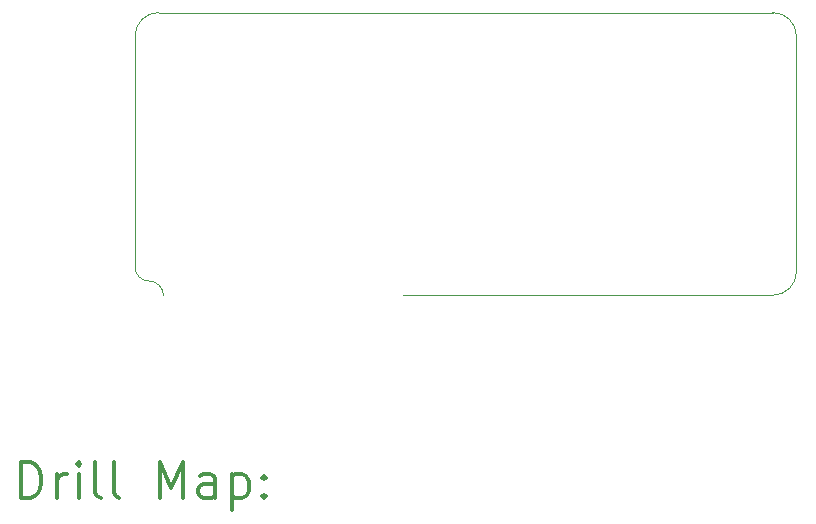
<source format=gbr>
%FSLAX45Y45*%
G04 Gerber Fmt 4.5, Leading zero omitted, Abs format (unit mm)*
G04 Created by KiCad (PCBNEW (5.1.8)-1) date 2021-09-12 16:14:28*
%MOMM*%
%LPD*%
G01*
G04 APERTURE LIST*
%TA.AperFunction,Profile*%
%ADD10C,0.050000*%
%TD*%
%ADD11C,0.200000*%
%ADD12C,0.300000*%
G04 APERTURE END LIST*
D10*
X1119933Y1120067D02*
G75*
G02*
X999867Y1240133I0J120067D01*
G01*
X1119933Y1120067D02*
G75*
G02*
X1240000Y1000000I0J-120067D01*
G01*
X999938Y3194000D02*
G75*
G02*
X1200000Y3394062I200062J0D01*
G01*
X6400000Y3394062D02*
G75*
G02*
X6600062Y3194000I0J-200062D01*
G01*
X6600000Y1200000D02*
G75*
G02*
X6399938Y999938I-200062J0D01*
G01*
X3270000Y1000000D02*
X6399938Y999938D01*
X6600062Y3194000D02*
X6600000Y1200000D01*
X6400000Y3394062D02*
X1200000Y3394062D01*
X999938Y3194000D02*
X999867Y1240133D01*
D11*
D12*
X36429Y-715714D02*
X36429Y-415714D01*
X107857Y-415714D01*
X150714Y-430000D01*
X179286Y-458571D01*
X193571Y-487143D01*
X207857Y-544286D01*
X207857Y-587143D01*
X193571Y-644286D01*
X179286Y-672857D01*
X150714Y-701428D01*
X107857Y-715714D01*
X36429Y-715714D01*
X336429Y-715714D02*
X336429Y-515714D01*
X336429Y-572857D02*
X350714Y-544286D01*
X365000Y-530000D01*
X393571Y-515714D01*
X422143Y-515714D01*
X522143Y-715714D02*
X522143Y-515714D01*
X522143Y-415714D02*
X507857Y-430000D01*
X522143Y-444286D01*
X536429Y-430000D01*
X522143Y-415714D01*
X522143Y-444286D01*
X707857Y-715714D02*
X679286Y-701428D01*
X665000Y-672857D01*
X665000Y-415714D01*
X865000Y-715714D02*
X836428Y-701428D01*
X822143Y-672857D01*
X822143Y-415714D01*
X1207857Y-715714D02*
X1207857Y-415714D01*
X1307857Y-630000D01*
X1407857Y-415714D01*
X1407857Y-715714D01*
X1679286Y-715714D02*
X1679286Y-558571D01*
X1665000Y-530000D01*
X1636428Y-515714D01*
X1579286Y-515714D01*
X1550714Y-530000D01*
X1679286Y-701428D02*
X1650714Y-715714D01*
X1579286Y-715714D01*
X1550714Y-701428D01*
X1536428Y-672857D01*
X1536428Y-644286D01*
X1550714Y-615714D01*
X1579286Y-601429D01*
X1650714Y-601429D01*
X1679286Y-587143D01*
X1822143Y-515714D02*
X1822143Y-815714D01*
X1822143Y-530000D02*
X1850714Y-515714D01*
X1907857Y-515714D01*
X1936428Y-530000D01*
X1950714Y-544286D01*
X1965000Y-572857D01*
X1965000Y-658571D01*
X1950714Y-687143D01*
X1936428Y-701428D01*
X1907857Y-715714D01*
X1850714Y-715714D01*
X1822143Y-701428D01*
X2093571Y-687143D02*
X2107857Y-701428D01*
X2093571Y-715714D01*
X2079286Y-701428D01*
X2093571Y-687143D01*
X2093571Y-715714D01*
X2093571Y-530000D02*
X2107857Y-544286D01*
X2093571Y-558571D01*
X2079286Y-544286D01*
X2093571Y-530000D01*
X2093571Y-558571D01*
M02*

</source>
